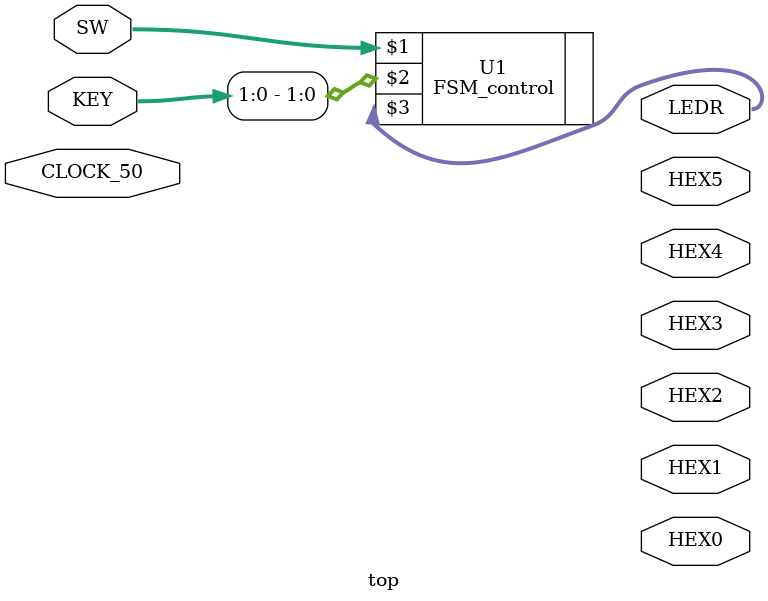
<source format=v>

module top (CLOCK_50, SW, KEY, HEX0, HEX1, HEX2, HEX3, HEX4, HEX5, LEDR);

    input CLOCK_50;             // DE-series 50 MHz clock signal
    input wire [9:0] SW;        // DE-series switches
    input wire [3:0] KEY;       // DE-series pushbuttons

    output wire [6:0] HEX0;     // DE-series HEX displays
    output wire [6:0] HEX1;
    output wire [6:0] HEX2;
    output wire [6:0] HEX3;
    output wire [6:0] HEX4;
    output wire [6:0] HEX5;

    output wire [9:0] LEDR;     // DE-series LEDs   

    FSM_control U1 (SW, KEY[1:0], LEDR);

endmodule


</source>
